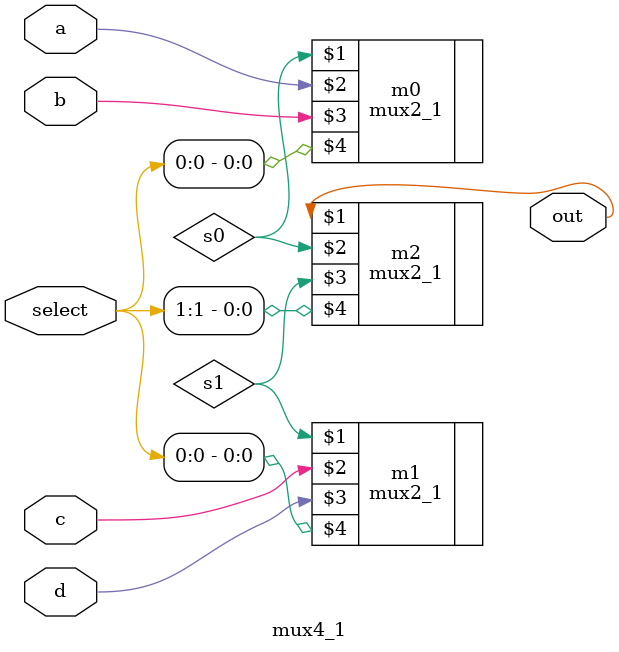
<source format=v>
module mux4_1 (/*AUTOARG*/
   // Outputs
   out,
   // Inputs
   a, b, c, d, select
   ) ;
   input a, b, c, d;
   input [1:0] select;
   output out;

   wire   s0, s1;
   mux2_1 m0(s0, a, b, select[0]);
   mux2_1 m1(s1, c, d, select[0]);
   mux2_1 m2(out, s0, s1, select[1]);

endmodule // mux4_1

</source>
